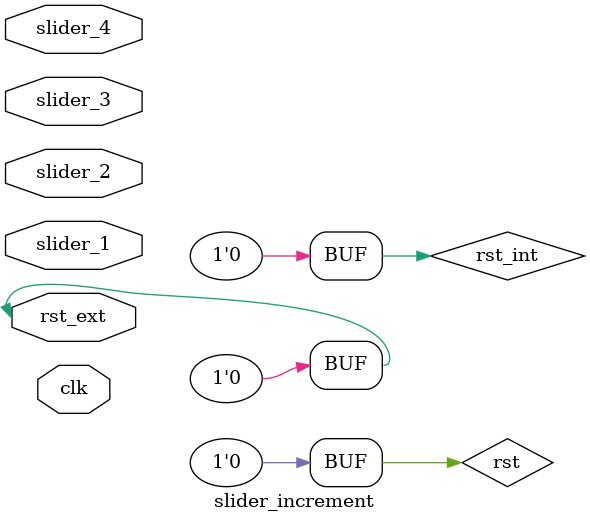
<source format=sv>
module slider_increment (
    input logic clk,
    input logic slider_1,
    input logic slider_2,
    input logic slider_3,
    input logic slider_4,
    input logic rst_ext
);

    logic rst_int = 0;
    logic rst = 0;

    assign rst = rst_ext | rst_int;

    // slider_1 - counter
    logic [25:0] cnt_1 = 0;
    logic [25:0] cnt_2 = 0;
    logic [25:0] cnt_3 = 0;
    logic [25:0] cnt_4 = 0;

    always_ff @( posedge clk ) begin
        if (rst) begin
            cnt_1 <= 0;
            cnt_2 <= 0;
            cnt_3 <= 0;
            cnt_4 <= 0;
        end
        else if (slider_1)
            cnt_1 <= cnt_1 + 1;
        else if (slider_2)
            cnt_2 <= cnt_2 + 1;
        else if (slider_3)
            cnt_3 <= cnt_3 + 1;
        else if (slider_4)
            cnt_4 <= cnt_4 + 1;
    end

endmodule

</source>
